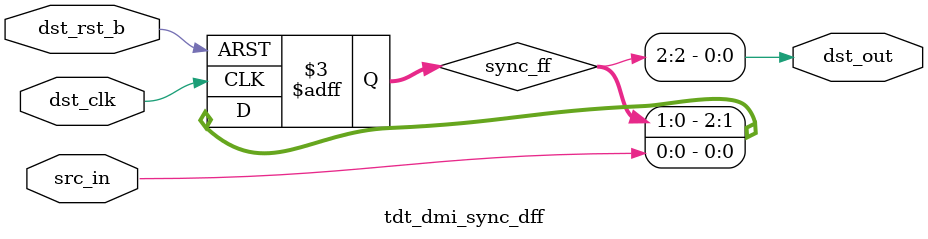
<source format=v>

module tdt_dmi_sync_dff #(
    parameter    SYNC_NUM = 3
)(
    input        dst_clk,
    input        dst_rst_b,
    input        src_in,
    output       dst_out
);
//RELEASE_INST_LIB

reg  [SYNC_NUM-1:0] sync_ff;

always @ (posedge dst_clk or negedge dst_rst_b) begin
    if (~dst_rst_b)
        sync_ff[SYNC_NUM-1:0] <= {SYNC_NUM{1'b0}};
    else 
        sync_ff[SYNC_NUM-1:0] <= {sync_ff[SYNC_NUM-2:0], src_in};
end

assign dst_out = sync_ff[SYNC_NUM-1];

endmodule

</source>
